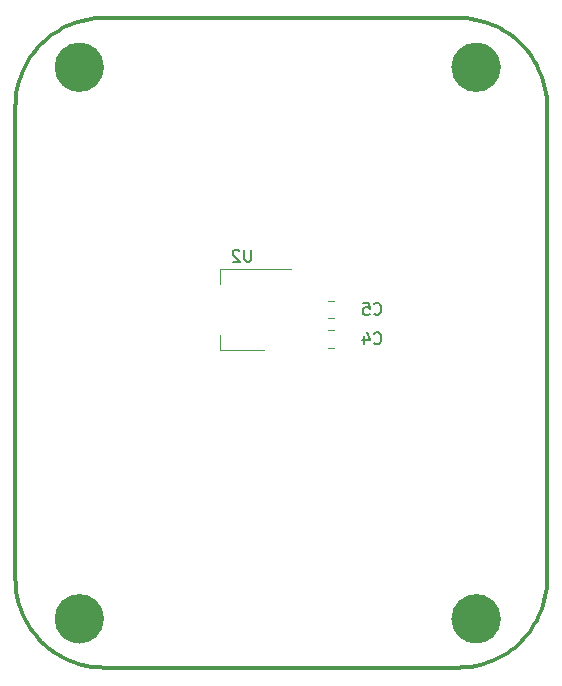
<source format=gbr>
%TF.GenerationSoftware,KiCad,Pcbnew,6.0.9+dfsg-1~bpo11+1*%
%TF.CreationDate,2022-12-30T18:48:50-06:00*%
%TF.ProjectId,Pedals,50656461-6c73-42e6-9b69-6361645f7063,rev?*%
%TF.SameCoordinates,Original*%
%TF.FileFunction,Legend,Bot*%
%TF.FilePolarity,Positive*%
%FSLAX46Y46*%
G04 Gerber Fmt 4.6, Leading zero omitted, Abs format (unit mm)*
G04 Created by KiCad (PCBNEW 6.0.9+dfsg-1~bpo11+1) date 2022-12-30 18:48:50*
%MOMM*%
%LPD*%
G01*
G04 APERTURE LIST*
%TA.AperFunction,Profile*%
%ADD10C,0.349999*%
%TD*%
%TA.AperFunction,Profile*%
%ADD11C,2.075000*%
%TD*%
%ADD12C,0.150000*%
%ADD13C,0.120000*%
G04 APERTURE END LIST*
D10*
X125183550Y-75797418D02*
X125363960Y-75478420D01*
X166262042Y-73300778D02*
X166553182Y-73527581D01*
X124624190Y-121510361D02*
X124526193Y-121157226D01*
X124336701Y-78587814D02*
X124382194Y-78221573D01*
X161799997Y-71829097D02*
X162171901Y-71838314D01*
X129971872Y-126602905D02*
X129618736Y-126504908D01*
X131058717Y-71865797D02*
X131428097Y-71838314D01*
X169299997Y-79329097D02*
X169299997Y-119329097D01*
X168416448Y-75797418D02*
X168580885Y-76124473D01*
X126766193Y-124888857D02*
X126496700Y-124632400D01*
X129971872Y-72055289D02*
X130329990Y-71974539D01*
X167359757Y-74295289D02*
X167601514Y-74575913D01*
X163270007Y-71974539D02*
X163628126Y-72055289D01*
X169290780Y-119701000D02*
X169263297Y-120070380D01*
X163981261Y-126504908D02*
X163628126Y-126602905D01*
X124382194Y-78221573D02*
X124445443Y-77859086D01*
X131800000Y-126829097D02*
X131428097Y-126819879D01*
X127337956Y-73300778D02*
X127638996Y-73089185D01*
X131428097Y-126819879D02*
X131058717Y-126792397D01*
X126240242Y-74295289D02*
X126496700Y-74025796D01*
X165650675Y-125765138D02*
X165331676Y-125945548D01*
X169154555Y-120799107D02*
X169073805Y-121157226D01*
X168580885Y-76124473D02*
X168729094Y-76458971D01*
X124870904Y-76458971D02*
X125019113Y-76124473D01*
X166553182Y-73527581D02*
X166833806Y-73769338D01*
X163628126Y-72055289D02*
X163981261Y-72153286D01*
X127949323Y-72893056D02*
X128268322Y-72712646D01*
X168860820Y-121857898D02*
X168729094Y-122199223D01*
X125363960Y-123179774D02*
X125183550Y-122860776D01*
X167601514Y-124082282D02*
X167359757Y-124362906D01*
X129618736Y-126504908D02*
X129271199Y-126389919D01*
X124336701Y-120070380D02*
X124309218Y-119701000D01*
X130692477Y-71911290D02*
X131058717Y-71865797D01*
X161799997Y-126829097D02*
X131800000Y-126829097D01*
X125998484Y-124082282D02*
X125771682Y-123791142D01*
X169073805Y-77500968D02*
X169154555Y-77859086D01*
X163628126Y-126602905D02*
X163270007Y-126683655D01*
X168975808Y-77147833D02*
X169073805Y-77500968D01*
X164328798Y-126389919D02*
X163981261Y-126504908D01*
X127337956Y-125357417D02*
X127046816Y-125130614D01*
X124309218Y-119701000D02*
X124300001Y-119329097D01*
D11*
X130737500Y-76000000D02*
G75*
G03*
X130737500Y-76000000I-1037500J0D01*
G01*
D10*
X161799997Y-71829097D02*
X161799997Y-71829097D01*
X129618736Y-72153286D02*
X129971872Y-72055289D01*
X125771682Y-123791142D02*
X125560089Y-123490101D01*
X124300001Y-79329097D02*
X124309218Y-78957193D01*
X127046816Y-125130614D02*
X126766193Y-124888857D01*
X124739178Y-76800295D02*
X124870904Y-76458971D01*
X126496700Y-124632400D02*
X126240242Y-124362906D01*
X166553182Y-125130614D02*
X166262042Y-125357417D01*
X165650675Y-72893056D02*
X165961002Y-73089185D01*
X169263297Y-120070380D02*
X169217804Y-120436620D01*
X127638996Y-125569009D02*
X127337956Y-125357417D01*
X130329990Y-126683655D02*
X129971872Y-126602905D01*
X124739178Y-121857898D02*
X124624190Y-121510361D01*
X128595377Y-72548209D02*
X128929874Y-72400000D01*
X167103300Y-74025796D02*
X167359757Y-74295289D01*
X162541280Y-71865797D02*
X162907520Y-71911290D01*
X162171901Y-71838314D02*
X162541280Y-71865797D01*
X166833806Y-73769338D02*
X167103300Y-74025796D01*
X162907520Y-71911290D02*
X163270007Y-71974539D01*
X131058717Y-126792397D02*
X130692477Y-126746904D01*
X124382194Y-120436620D02*
X124336701Y-120070380D01*
X168729094Y-122199223D02*
X168580885Y-122533720D01*
X165961002Y-73089185D02*
X166262042Y-73300778D01*
X125560089Y-123490101D02*
X125363960Y-123179774D01*
X165004621Y-72548209D02*
X165331676Y-72712646D01*
X168729094Y-76458971D02*
X168860820Y-76800295D01*
X168416448Y-122860776D02*
X168236038Y-123179774D01*
X164670123Y-72400000D02*
X165004621Y-72548209D01*
X163981261Y-72153286D02*
X164328798Y-72268274D01*
X165331676Y-72712646D02*
X165650675Y-72893056D01*
X126766193Y-73769338D02*
X127046816Y-73527581D01*
X129271199Y-72268274D02*
X129618736Y-72153286D01*
X165331676Y-125945548D02*
X165004621Y-126109985D01*
X169299997Y-119329097D02*
X169290780Y-119701000D01*
X126240242Y-124362906D02*
X125998484Y-124082282D01*
X131800000Y-71829097D02*
X161799997Y-71829097D01*
X126496700Y-74025796D02*
X126766193Y-73769338D01*
X169073805Y-121157226D02*
X168975808Y-121510361D01*
X166262042Y-125357417D02*
X165961002Y-125569009D01*
D11*
X164337500Y-76000000D02*
G75*
G03*
X164337500Y-76000000I-1037500J0D01*
G01*
D10*
X168236038Y-123179774D02*
X168039910Y-123490101D01*
X169154555Y-77859086D02*
X169217804Y-78221573D01*
X169217804Y-120436620D02*
X169154555Y-120799107D01*
X129271199Y-126389919D02*
X128929874Y-126258193D01*
X167828317Y-123791142D02*
X167601514Y-124082282D01*
X124445443Y-77859086D02*
X124526193Y-77500968D01*
X128268322Y-125945548D02*
X127949323Y-125765138D01*
X165004621Y-126109985D02*
X164670123Y-126258193D01*
X168236038Y-75478420D02*
X168416448Y-75797418D01*
X130329990Y-71974539D02*
X130692477Y-71911290D01*
X126496700Y-124632400D02*
X126496700Y-124632400D01*
X124526193Y-77500968D02*
X124624190Y-77147833D01*
X168975808Y-121510361D02*
X168860820Y-121857898D01*
X124526193Y-121157226D02*
X124445443Y-120799107D01*
X169290780Y-78957193D02*
X169299997Y-79329097D01*
X131428097Y-71838314D02*
X131800000Y-71829097D01*
X127046816Y-73527581D02*
X127337956Y-73300778D01*
X131800000Y-71829097D02*
X131800000Y-71829097D01*
X166833806Y-124888857D02*
X166553182Y-125130614D01*
X125183550Y-122860776D02*
X125019113Y-122533720D01*
X162541280Y-126792397D02*
X162171901Y-126819879D01*
X125771682Y-74867052D02*
X125998484Y-74575913D01*
X127638996Y-73089185D02*
X127949323Y-72893056D01*
X128929874Y-126258193D02*
X128595377Y-126109985D01*
X168039910Y-75168093D02*
X168236038Y-75478420D01*
X169299997Y-79329097D02*
X169299997Y-79329097D01*
X130692477Y-126746904D02*
X130329990Y-126683655D01*
X163270007Y-126683655D02*
X162907520Y-126746904D01*
X161799997Y-126829097D02*
X161799997Y-126829097D01*
D11*
X130737500Y-122700000D02*
G75*
G03*
X130737500Y-122700000I-1037500J0D01*
G01*
D10*
X167359757Y-124362906D02*
X167103300Y-124632400D01*
X124624190Y-77147833D02*
X124739178Y-76800295D01*
X125560089Y-75168093D02*
X125771682Y-74867052D01*
X125998484Y-74575913D02*
X126240242Y-74295289D01*
X167828317Y-74867052D02*
X168039910Y-75168093D01*
X165961002Y-125569009D02*
X165650675Y-125765138D01*
X127949323Y-125765138D02*
X127638996Y-125569009D01*
X125363960Y-75478420D02*
X125560089Y-75168093D01*
X128595377Y-126109985D02*
X128268322Y-125945548D01*
X164670123Y-126258193D02*
X164328798Y-126389919D01*
X131800000Y-126829097D02*
X131800000Y-126829097D01*
X168580885Y-122533720D02*
X168416448Y-122860776D01*
X124445443Y-120799107D02*
X124382194Y-120436620D01*
X167103300Y-74025796D02*
X167103300Y-74025796D01*
X128268322Y-72712646D02*
X128595377Y-72548209D01*
D11*
X164337500Y-122700000D02*
G75*
G03*
X164337500Y-122700000I-1037500J0D01*
G01*
D10*
X169263297Y-78587814D02*
X169290780Y-78957193D01*
X169299997Y-119329097D02*
X169299997Y-119329097D01*
X168039910Y-123490101D02*
X167828317Y-123791142D01*
X162907520Y-126746904D02*
X162541280Y-126792397D01*
X124300001Y-79329097D02*
X124300001Y-79329097D01*
X124309218Y-78957193D02*
X124336701Y-78587814D01*
X168860820Y-76800295D02*
X168975808Y-77147833D01*
X125019113Y-122533720D02*
X124870904Y-122199223D01*
X164328798Y-72268274D02*
X164670123Y-72400000D01*
X128929874Y-72400000D02*
X129271199Y-72268274D01*
X126496700Y-74025796D02*
X126496700Y-74025796D01*
X162171901Y-126819879D02*
X161799997Y-126829097D01*
X124870904Y-122199223D02*
X124739178Y-121857898D01*
X124300001Y-119329097D02*
X124300001Y-79329097D01*
X167103300Y-124632400D02*
X166833806Y-124888857D01*
X167601514Y-74575913D02*
X167828317Y-74867052D01*
X167103300Y-124632400D02*
X167103300Y-124632400D01*
X169217804Y-78221573D02*
X169263297Y-78587814D01*
X125019113Y-76124473D02*
X125183550Y-75797418D01*
D12*
%TO.C,C4*%
X154666666Y-99357142D02*
X154714285Y-99404761D01*
X154857142Y-99452380D01*
X154952380Y-99452380D01*
X155095238Y-99404761D01*
X155190476Y-99309523D01*
X155238095Y-99214285D01*
X155285714Y-99023809D01*
X155285714Y-98880952D01*
X155238095Y-98690476D01*
X155190476Y-98595238D01*
X155095238Y-98500000D01*
X154952380Y-98452380D01*
X154857142Y-98452380D01*
X154714285Y-98500000D01*
X154666666Y-98547619D01*
X153809523Y-98785714D02*
X153809523Y-99452380D01*
X154047619Y-98404761D02*
X154285714Y-99119047D01*
X153666666Y-99119047D01*
%TO.C,C5*%
X154666666Y-96857142D02*
X154714285Y-96904761D01*
X154857142Y-96952380D01*
X154952380Y-96952380D01*
X155095238Y-96904761D01*
X155190476Y-96809523D01*
X155238095Y-96714285D01*
X155285714Y-96523809D01*
X155285714Y-96380952D01*
X155238095Y-96190476D01*
X155190476Y-96095238D01*
X155095238Y-96000000D01*
X154952380Y-95952380D01*
X154857142Y-95952380D01*
X154714285Y-96000000D01*
X154666666Y-96047619D01*
X153761904Y-95952380D02*
X154238095Y-95952380D01*
X154285714Y-96428571D01*
X154238095Y-96380952D01*
X154142857Y-96333333D01*
X153904761Y-96333333D01*
X153809523Y-96380952D01*
X153761904Y-96428571D01*
X153714285Y-96523809D01*
X153714285Y-96761904D01*
X153761904Y-96857142D01*
X153809523Y-96904761D01*
X153904761Y-96952380D01*
X154142857Y-96952380D01*
X154238095Y-96904761D01*
X154285714Y-96857142D01*
%TO.C,U2*%
X144261904Y-91452380D02*
X144261904Y-92261904D01*
X144214285Y-92357142D01*
X144166666Y-92404761D01*
X144071428Y-92452380D01*
X143880952Y-92452380D01*
X143785714Y-92404761D01*
X143738095Y-92357142D01*
X143690476Y-92261904D01*
X143690476Y-91452380D01*
X143261904Y-91547619D02*
X143214285Y-91500000D01*
X143119047Y-91452380D01*
X142880952Y-91452380D01*
X142785714Y-91500000D01*
X142738095Y-91547619D01*
X142690476Y-91642857D01*
X142690476Y-91738095D01*
X142738095Y-91880952D01*
X143309523Y-92452380D01*
X142690476Y-92452380D01*
D13*
%TO.C,C4*%
X150738748Y-98265000D02*
X151261252Y-98265000D01*
X150738748Y-99735000D02*
X151261252Y-99735000D01*
%TO.C,C5*%
X150738748Y-95765000D02*
X151261252Y-95765000D01*
X150738748Y-97235000D02*
X151261252Y-97235000D01*
%TO.C,U2*%
X141590000Y-99910000D02*
X141590000Y-98650000D01*
X147600000Y-93090000D02*
X141590000Y-93090000D01*
X141590000Y-93090000D02*
X141590000Y-94350000D01*
X145350000Y-99910000D02*
X141590000Y-99910000D01*
%TD*%
M02*

</source>
